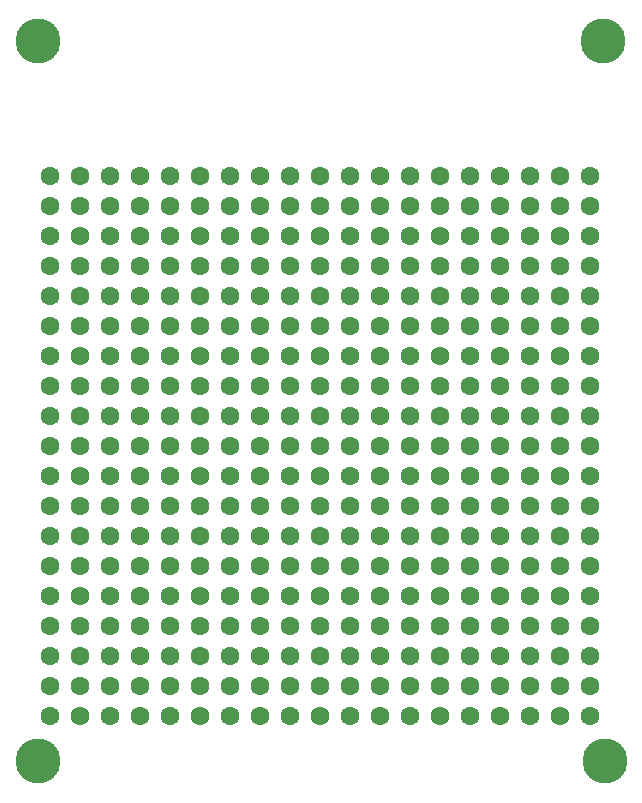
<source format=gtl>
G04 #@! TF.GenerationSoftware,KiCad,Pcbnew,8.0.2*
G04 #@! TF.CreationDate,2024-08-26T09:43:20-06:00*
G04 #@! TF.ProjectId,Perfboard_0.25,50657266-626f-4617-9264-5f302e32352e,rev?*
G04 #@! TF.SameCoordinates,Original*
G04 #@! TF.FileFunction,Copper,L1,Top*
G04 #@! TF.FilePolarity,Positive*
%FSLAX46Y46*%
G04 Gerber Fmt 4.6, Leading zero omitted, Abs format (unit mm)*
G04 Created by KiCad (PCBNEW 8.0.2) date 2024-08-26 09:43:20*
%MOMM*%
%LPD*%
G01*
G04 APERTURE LIST*
G04 #@! TA.AperFunction,ComponentPad*
%ADD10C,1.600000*%
G04 #@! TD*
G04 #@! TA.AperFunction,ComponentPad*
%ADD11C,2.600000*%
G04 #@! TD*
G04 #@! TA.AperFunction,ConnectorPad*
%ADD12C,3.800000*%
G04 #@! TD*
G04 APERTURE END LIST*
D10*
X137160000Y-60960000D03*
X137160000Y-86360000D03*
X134620000Y-81280000D03*
X165100000Y-83820000D03*
X170180000Y-93980000D03*
X152400000Y-68580000D03*
X165100000Y-68580000D03*
X139700000Y-81280000D03*
X127000000Y-88900000D03*
X154940000Y-93980000D03*
X139700000Y-88900000D03*
X147320000Y-58420000D03*
X170180000Y-76200000D03*
X152400000Y-66040000D03*
X137160000Y-76200000D03*
X142240000Y-104140000D03*
X165100000Y-91440000D03*
X160020000Y-93980000D03*
X152400000Y-78740000D03*
X144780000Y-63500000D03*
X157480000Y-104140000D03*
X132080000Y-81280000D03*
X129540000Y-58420000D03*
X165100000Y-60960000D03*
X147320000Y-71120000D03*
X139700000Y-60960000D03*
X152400000Y-63500000D03*
X165100000Y-66040000D03*
X172720000Y-71120000D03*
X160020000Y-76200000D03*
X167640000Y-86360000D03*
X170180000Y-63500000D03*
X139700000Y-71120000D03*
X139700000Y-76200000D03*
X162560000Y-66040000D03*
X154940000Y-73660000D03*
X132080000Y-78740000D03*
X160020000Y-66040000D03*
X167640000Y-99060000D03*
X165100000Y-71120000D03*
X170180000Y-78740000D03*
X154940000Y-88900000D03*
X170180000Y-58420000D03*
X134620000Y-101600000D03*
X142240000Y-76200000D03*
X149860000Y-91440000D03*
X139700000Y-78740000D03*
X147320000Y-63500000D03*
X144780000Y-66040000D03*
X172720000Y-81280000D03*
X162560000Y-83820000D03*
X134620000Y-99060000D03*
X154940000Y-86360000D03*
X144780000Y-86360000D03*
X170180000Y-83820000D03*
X167640000Y-63500000D03*
X137160000Y-93980000D03*
X157480000Y-63500000D03*
X160020000Y-78740000D03*
X165100000Y-73660000D03*
X144780000Y-83820000D03*
X167640000Y-104140000D03*
X149860000Y-63500000D03*
X137160000Y-99060000D03*
X172720000Y-88900000D03*
X152400000Y-101600000D03*
X144780000Y-93980000D03*
X127000000Y-60960000D03*
X129540000Y-68580000D03*
X142240000Y-99060000D03*
X147320000Y-76200000D03*
D11*
X173860000Y-47000000D03*
D12*
X173860000Y-47000000D03*
D10*
X129540000Y-81280000D03*
X170180000Y-101600000D03*
X165100000Y-93980000D03*
X165100000Y-81280000D03*
X129540000Y-83820000D03*
X137160000Y-104140000D03*
X147320000Y-83820000D03*
X157480000Y-101600000D03*
X137160000Y-83820000D03*
X165100000Y-96520000D03*
X134620000Y-96520000D03*
X157480000Y-96520000D03*
X149860000Y-81280000D03*
X144780000Y-101600000D03*
X147320000Y-96520000D03*
X129540000Y-93980000D03*
X167640000Y-58420000D03*
X162560000Y-76200000D03*
X170180000Y-68580000D03*
X129540000Y-66040000D03*
X154940000Y-91440000D03*
X132080000Y-58420000D03*
X149860000Y-83820000D03*
X172720000Y-68580000D03*
X134620000Y-83820000D03*
X167640000Y-71120000D03*
X127000000Y-83820000D03*
X157480000Y-93980000D03*
X157480000Y-78740000D03*
X129540000Y-86360000D03*
X170180000Y-104140000D03*
X157480000Y-88900000D03*
X172720000Y-101600000D03*
X137160000Y-63500000D03*
X139700000Y-66040000D03*
X134620000Y-78740000D03*
X172720000Y-96520000D03*
X127000000Y-78740000D03*
X162560000Y-96520000D03*
X139700000Y-96520000D03*
X170180000Y-66040000D03*
X142240000Y-96520000D03*
X142240000Y-68580000D03*
X129540000Y-63500000D03*
X149860000Y-66040000D03*
D11*
X126000000Y-47000000D03*
D12*
X126000000Y-47000000D03*
D10*
X127000000Y-91440000D03*
X149860000Y-96520000D03*
X142240000Y-78740000D03*
X144780000Y-78740000D03*
X167640000Y-78740000D03*
X147320000Y-99060000D03*
X139700000Y-58420000D03*
X147320000Y-88900000D03*
X142240000Y-88900000D03*
X139700000Y-68580000D03*
X157480000Y-58420000D03*
X162560000Y-91440000D03*
X127000000Y-99060000D03*
X165100000Y-101600000D03*
X134620000Y-104140000D03*
X157480000Y-68580000D03*
X157480000Y-60960000D03*
X139700000Y-83820000D03*
X149860000Y-58420000D03*
X157480000Y-99060000D03*
X132080000Y-76200000D03*
X127000000Y-96520000D03*
X129540000Y-101600000D03*
X139700000Y-93980000D03*
X172720000Y-86360000D03*
X162560000Y-73660000D03*
X129540000Y-71120000D03*
X170180000Y-91440000D03*
X147320000Y-104140000D03*
X149860000Y-60960000D03*
X129540000Y-60960000D03*
X147320000Y-60960000D03*
X172720000Y-73660000D03*
X139700000Y-86360000D03*
X160020000Y-104140000D03*
X160020000Y-86360000D03*
X152400000Y-60960000D03*
X149860000Y-99060000D03*
X162560000Y-93980000D03*
X129540000Y-96520000D03*
X127000000Y-93980000D03*
X142240000Y-58420000D03*
D11*
X174000000Y-108000000D03*
D12*
X174000000Y-108000000D03*
D10*
X147320000Y-91440000D03*
X160020000Y-96520000D03*
X132080000Y-101600000D03*
X172720000Y-83820000D03*
X160020000Y-99060000D03*
X167640000Y-60960000D03*
X172720000Y-91440000D03*
X162560000Y-78740000D03*
X154940000Y-96520000D03*
X157480000Y-81280000D03*
X170180000Y-71120000D03*
X165100000Y-76200000D03*
X127000000Y-76200000D03*
X127000000Y-58420000D03*
X170180000Y-88900000D03*
X154940000Y-99060000D03*
X149860000Y-93980000D03*
X167640000Y-66040000D03*
X134620000Y-63500000D03*
X134620000Y-68580000D03*
X149860000Y-104140000D03*
X154940000Y-76200000D03*
X160020000Y-88900000D03*
X139700000Y-63500000D03*
X157480000Y-71120000D03*
X142240000Y-93980000D03*
X162560000Y-81280000D03*
X137160000Y-81280000D03*
X154940000Y-101600000D03*
X160020000Y-63500000D03*
X167640000Y-76200000D03*
X139700000Y-101600000D03*
X170180000Y-73660000D03*
X154940000Y-83820000D03*
X172720000Y-104140000D03*
X144780000Y-58420000D03*
X157480000Y-73660000D03*
X132080000Y-73660000D03*
X144780000Y-91440000D03*
X160020000Y-101600000D03*
X134620000Y-58420000D03*
X142240000Y-73660000D03*
X165100000Y-99060000D03*
X172720000Y-58420000D03*
X134620000Y-66040000D03*
X144780000Y-71120000D03*
X144780000Y-81280000D03*
X137160000Y-71120000D03*
X134620000Y-91440000D03*
X149860000Y-86360000D03*
X132080000Y-96520000D03*
X167640000Y-96520000D03*
X149860000Y-76200000D03*
X132080000Y-99060000D03*
X167640000Y-73660000D03*
X129540000Y-78740000D03*
X132080000Y-83820000D03*
X165100000Y-104140000D03*
X137160000Y-96520000D03*
X170180000Y-86360000D03*
X152400000Y-99060000D03*
X154940000Y-66040000D03*
X172720000Y-63500000D03*
X160020000Y-60960000D03*
X170180000Y-81280000D03*
X147320000Y-66040000D03*
X152400000Y-71120000D03*
X170180000Y-96520000D03*
X147320000Y-81280000D03*
X142240000Y-101600000D03*
X172720000Y-66040000D03*
X149860000Y-88900000D03*
X129540000Y-73660000D03*
X152400000Y-76200000D03*
X147320000Y-68580000D03*
X154940000Y-78740000D03*
X167640000Y-83820000D03*
X154940000Y-71120000D03*
X142240000Y-63500000D03*
X167640000Y-81280000D03*
X162560000Y-86360000D03*
X167640000Y-68580000D03*
X147320000Y-93980000D03*
X160020000Y-71120000D03*
X137160000Y-88900000D03*
X172720000Y-76200000D03*
X167640000Y-91440000D03*
X152400000Y-91440000D03*
X162560000Y-58420000D03*
X165100000Y-78740000D03*
X137160000Y-68580000D03*
X162560000Y-88900000D03*
X154940000Y-63500000D03*
X172720000Y-78740000D03*
X152400000Y-104140000D03*
X149860000Y-78740000D03*
X157480000Y-86360000D03*
X144780000Y-99060000D03*
X144780000Y-96520000D03*
X134620000Y-71120000D03*
X147320000Y-101600000D03*
X162560000Y-68580000D03*
X137160000Y-66040000D03*
X162560000Y-99060000D03*
X170180000Y-99060000D03*
X154940000Y-58420000D03*
X134620000Y-76200000D03*
X167640000Y-93980000D03*
X129540000Y-91440000D03*
X157480000Y-66040000D03*
X165100000Y-86360000D03*
X162560000Y-63500000D03*
X142240000Y-86360000D03*
X165100000Y-88900000D03*
X132080000Y-60960000D03*
X167640000Y-101600000D03*
X139700000Y-73660000D03*
X144780000Y-73660000D03*
X127000000Y-104140000D03*
X147320000Y-73660000D03*
X152400000Y-93980000D03*
X172720000Y-99060000D03*
X160020000Y-68580000D03*
X127000000Y-101600000D03*
X162560000Y-71120000D03*
X144780000Y-76200000D03*
X134620000Y-93980000D03*
X132080000Y-104140000D03*
X132080000Y-93980000D03*
X134620000Y-88900000D03*
X132080000Y-86360000D03*
X149860000Y-73660000D03*
X139700000Y-104140000D03*
X154940000Y-104140000D03*
X132080000Y-71120000D03*
X149860000Y-68580000D03*
X157480000Y-91440000D03*
X129540000Y-76200000D03*
X142240000Y-81280000D03*
X162560000Y-104140000D03*
X127000000Y-71120000D03*
X142240000Y-66040000D03*
X162560000Y-101600000D03*
X157480000Y-83820000D03*
X152400000Y-58420000D03*
X152400000Y-86360000D03*
X142240000Y-83820000D03*
X167640000Y-88900000D03*
X144780000Y-88900000D03*
D11*
X126000000Y-108000000D03*
D12*
X126000000Y-108000000D03*
D10*
X132080000Y-66040000D03*
X152400000Y-96520000D03*
X149860000Y-101600000D03*
X129540000Y-104140000D03*
X170180000Y-60960000D03*
X160020000Y-81280000D03*
X154940000Y-60960000D03*
X152400000Y-88900000D03*
X160020000Y-58420000D03*
X147320000Y-86360000D03*
X137160000Y-78740000D03*
X142240000Y-71120000D03*
X129540000Y-88900000D03*
X134620000Y-86360000D03*
X142240000Y-60960000D03*
X127000000Y-86360000D03*
X154940000Y-68580000D03*
X157480000Y-76200000D03*
X134620000Y-60960000D03*
X165100000Y-63500000D03*
X127000000Y-73660000D03*
X144780000Y-60960000D03*
X144780000Y-104140000D03*
X149860000Y-71120000D03*
X132080000Y-88900000D03*
X127000000Y-63500000D03*
X172720000Y-93980000D03*
X160020000Y-91440000D03*
X127000000Y-66040000D03*
X152400000Y-81280000D03*
X160020000Y-83820000D03*
X132080000Y-63500000D03*
X162560000Y-60960000D03*
X127000000Y-81280000D03*
X165100000Y-58420000D03*
X144780000Y-68580000D03*
X142240000Y-91440000D03*
X154940000Y-81280000D03*
X127000000Y-68580000D03*
X137160000Y-58420000D03*
X172720000Y-60960000D03*
X152400000Y-73660000D03*
X147320000Y-78740000D03*
X137160000Y-91440000D03*
X129540000Y-99060000D03*
X132080000Y-68580000D03*
X137160000Y-101600000D03*
X139700000Y-91440000D03*
X152400000Y-83820000D03*
X134620000Y-73660000D03*
X132080000Y-91440000D03*
X139700000Y-99060000D03*
X160020000Y-73660000D03*
X137160000Y-73660000D03*
M02*

</source>
